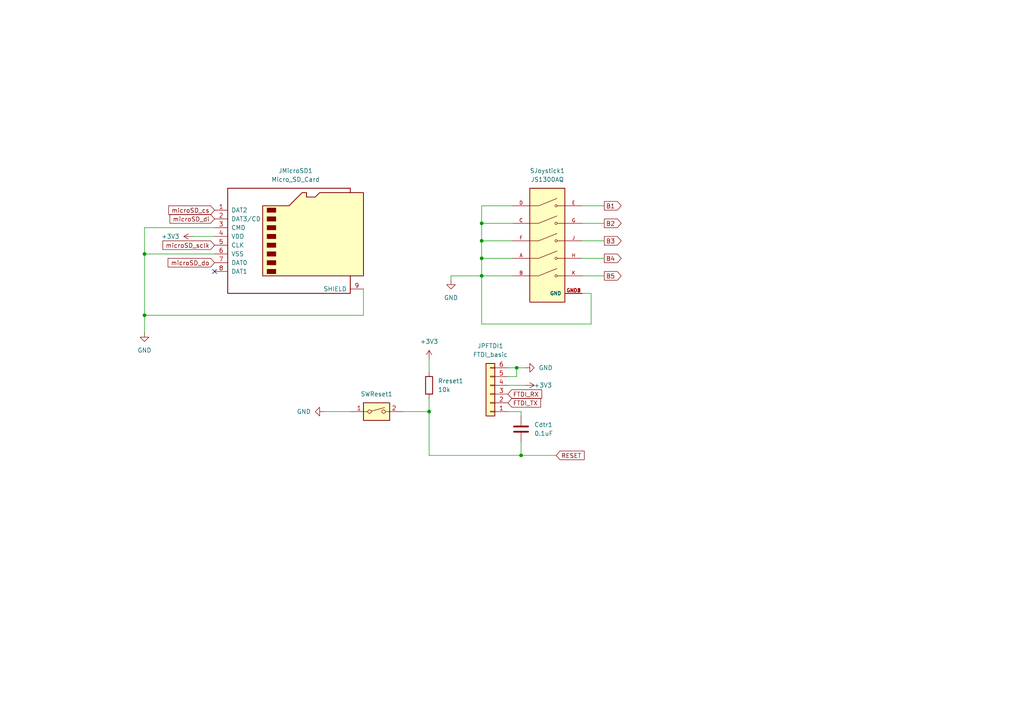
<source format=kicad_sch>
(kicad_sch (version 20211123) (generator eeschema)
  (paper "A4")
  (lib_symbols
    (symbol "Connector:Micro_SD_Card" (pin_names (offset 1.016))
      (property "Reference" "J" (at -16.51 15.24 0))
      (property "Value" "Micro_SD_Card" (at 16.51 15.24 0))
      (symbol "Micro_SD_Card_0_1"
        (rectangle (start -7.62 -9.525) (end -5.08 -10.795) (fill (type outline)))
        (rectangle (start -7.62 -6.985) (end -5.08 -8.255) (fill (type outline)))
        (rectangle (start -7.62 -4.445) (end -5.08 -5.715) (fill (type outline)))
        (rectangle (start -7.62 -1.905) (end -5.08 -3.175) (fill (type outline)))
        (rectangle (start -7.62 0.635) (end -5.08 -0.635) (fill (type outline)))
        (rectangle (start -7.62 3.175) (end -5.08 1.905) (fill (type outline)))
        (rectangle (start -7.62 5.715) (end -5.08 4.445) (fill (type outline)))
        (rectangle (start -7.62 8.255) (end -5.08 6.985) (fill (type outline)))
        (polyline (pts (xy 16.51 12.7) (xy 16.51 13.97) (xy -19.05 13.97) (xy -19.05 -16.51) (xy 16.51 -16.51) (xy 16.51 -11.43)) (stroke (width 0.254)))
        (polyline (pts (xy -8.89 -11.43) (xy -8.89 8.89) (xy -1.27 8.89) (xy 2.54 12.7) (xy 3.81 12.7) (xy 3.81 11.43) (xy 6.35 11.43) (xy 7.62 12.7) (xy 20.32 12.7) (xy 20.32 -11.43) (xy -8.89 -11.43)) (stroke (width 0.254)) (fill (type background)))
      )
      (symbol "Micro_SD_Card_1_1"
        (pin bidirectional line (at -22.86 7.62 0) (length 3.81) (name "DAT2") (number "1"))
        (pin bidirectional line (at -22.86 5.08 0) (length 3.81) (name "DAT3/CD") (number "2"))
        (pin input line (at -22.86 2.54 0) (length 3.81) (name "CMD") (number "3"))
        (pin power_in line (at -22.86 0 0) (length 3.81) (name "VDD") (number "4"))
        (pin input line (at -22.86 -2.54 0) (length 3.81) (name "CLK") (number "5"))
        (pin power_in line (at -22.86 -5.08 0) (length 3.81) (name "VSS") (number "6"))
        (pin bidirectional line (at -22.86 -7.62 0) (length 3.81) (name "DAT0") (number "7"))
        (pin bidirectional line (at -22.86 -10.16 0) (length 3.81) (name "DAT1") (number "8"))
        (pin passive line (at 20.32 -15.24 180) (length 3.81) (name "SHIELD") (number "9"))
      )
    )
    (symbol "Connector_Generic:Conn_01x06" (pin_names (offset 1.016) hide)
      (property "Reference" "J" (at 0 7.62 0))
      (property "Value" "Conn_01x06" (at 0 -10.16 0))
      (symbol "Conn_01x06_1_1"
        (rectangle (start -1.27 -7.493) (end 0 -7.747) (stroke (width 0.1524)))
        (rectangle (start -1.27 -4.953) (end 0 -5.207) (stroke (width 0.1524)))
        (rectangle (start -1.27 -2.413) (end 0 -2.667) (stroke (width 0.1524)))
        (rectangle (start -1.27 0.127) (end 0 -0.127) (stroke (width 0.1524)))
        (rectangle (start -1.27 2.667) (end 0 2.413) (stroke (width 0.1524)))
        (rectangle (start -1.27 5.207) (end 0 4.953) (stroke (width 0.1524)))
        (rectangle (start -1.27 6.35) (end 1.27 -8.89) (stroke (width 0.254)) (fill (type background)))
        (pin passive line (at -5.08 5.08 0) (length 3.81) (name "Pin_1") (number "1"))
        (pin passive line (at -5.08 2.54 0) (length 3.81) (name "Pin_2") (number "2"))
        (pin passive line (at -5.08 0 0) (length 3.81) (name "Pin_3") (number "3"))
        (pin passive line (at -5.08 -2.54 0) (length 3.81) (name "Pin_4") (number "4"))
        (pin passive line (at -5.08 -5.08 0) (length 3.81) (name "Pin_5") (number "5"))
        (pin passive line (at -5.08 -7.62 0) (length 3.81) (name "Pin_6") (number "6"))
      )
    )
    (symbol "Device:C" (pin_numbers hide) (pin_names (offset 0.254))
      (property "Reference" "C" (at 0.635 2.54 0))
      (property "Value" "C" (at 0.635 -2.54 0))
      (symbol "C_0_1"
        (polyline (pts (xy -2.032 -0.762) (xy 2.032 -0.762)) (stroke (width 0.508)))
        (polyline (pts (xy -2.032 0.762) (xy 2.032 0.762)) (stroke (width 0.508)))
      )
      (symbol "C_1_1"
        (pin passive line (at 0 3.81 270) (length 2.794) (name "~") (number "1"))
        (pin passive line (at 0 -3.81 90) (length 2.794) (name "~") (number "2"))
      )
    )
    (symbol "Device:R" (pin_numbers hide) (pin_names (offset 0))
      (property "Reference" "R" (at 2.032 0 90))
      (property "Value" "R" (at 0 0 90))
      (symbol "R_0_1"
        (rectangle (start -1.016 -2.54) (end 1.016 2.54) (stroke (width 0.254)))
      )
      (symbol "R_1_1"
        (pin passive line (at 0 3.81 270) (length 1.27) (name "~") (number "1"))
        (pin passive line (at 0 -3.81 90) (length 1.27) (name "~") (number "2"))
      )
    )
    (symbol "JS1300AQ:JS1300AQ" (pin_names (offset 1.016))
      (property "Reference" "S" (at -5.08 16.51 0))
      (property "Value" "JS1300AQ" (at -5.08 -20.32 0))
      (symbol "JS1300AQ_0_0"
        (rectangle (start -5.08 -17.78) (end 5.08 15.24) (stroke (width 0.254)) (fill (type background)))
        (polyline (pts (xy -2.54 -10.16) (xy -5.08 -10.16)) (stroke (width 0.1524)))
        (polyline (pts (xy -2.54 -10.16) (xy 2.794 -8.0264)) (stroke (width 0.1524)))
        (polyline (pts (xy -2.54 -5.08) (xy -5.08 -5.08)) (stroke (width 0.1524)))
        (polyline (pts (xy -2.54 -5.08) (xy 2.794 -2.9464)) (stroke (width 0.1524)))
        (polyline (pts (xy -2.54 0) (xy -5.08 0)) (stroke (width 0.1524)))
        (polyline (pts (xy -2.54 0) (xy 2.794 2.1336)) (stroke (width 0.1524)))
        (polyline (pts (xy -2.54 5.08) (xy -5.08 5.08)) (stroke (width 0.1524)))
        (polyline (pts (xy -2.54 5.08) (xy 2.794 7.2136)) (stroke (width 0.1524)))
        (polyline (pts (xy -2.54 10.16) (xy -5.08 10.16)) (stroke (width 0.1524)))
        (polyline (pts (xy -2.54 10.16) (xy 2.794 12.2936)) (stroke (width 0.1524)))
        (polyline (pts (xy 5.08 -10.16) (xy 2.921 -10.16)) (stroke (width 0.1524)))
        (polyline (pts (xy 5.08 -5.08) (xy 2.921 -5.08)) (stroke (width 0.1524)))
        (polyline (pts (xy 5.08 0) (xy 2.921 0)) (stroke (width 0.1524)))
        (polyline (pts (xy 5.08 5.08) (xy 2.921 5.08)) (stroke (width 0.1524)))
        (polyline (pts (xy 5.08 10.16) (xy 2.921 10.16)) (stroke (width 0.1524)))
        (circle (center 2.54 -10.16) (radius 0.3302) (stroke (width 0.1524)))
        (circle (center 2.54 -5.08) (radius 0.3302) (stroke (width 0.1524)))
        (circle (center 2.54 0) (radius 0.3302) (stroke (width 0.1524)))
        (circle (center 2.54 5.08) (radius 0.3302) (stroke (width 0.1524)))
        (circle (center 2.54 10.16) (radius 0.3302) (stroke (width 0.1524)))
        (pin passive line (at -10.16 -5.08 0) (length 5.08) (name "~") (number "A"))
        (pin passive line (at -10.16 -10.16 0) (length 5.08) (name "~") (number "B"))
        (pin passive line (at -10.16 5.08 0) (length 5.08) (name "~") (number "C"))
        (pin passive line (at -10.16 10.16 0) (length 5.08) (name "~") (number "D"))
        (pin passive line (at 10.16 10.16 180) (length 5.08) (name "~") (number "E"))
        (pin passive line (at -10.16 0 0) (length 5.08) (name "~") (number "F"))
        (pin passive line (at 10.16 5.08 180) (length 5.08) (name "~") (number "G"))
        (pin power_in line (at 10.16 -15.24 180) (length 5.08) (name "GND") (number "GND1"))
        (pin power_in line (at 10.16 -15.24 180) (length 5.08) (name "GND") (number "GND2"))
        (pin power_in line (at 10.16 -15.24 180) (length 5.08) (name "GND") (number "GND3"))
        (pin power_in line (at 10.16 -15.24 180) (length 5.08) (name "GND") (number "GND4"))
        (pin passive line (at 10.16 -5.08 180) (length 5.08) (name "~") (number "H"))
        (pin passive line (at 10.16 0 180) (length 5.08) (name "~") (number "J"))
        (pin passive line (at 10.16 -10.16 180) (length 5.08) (name "~") (number "K"))
      )
    )
    (symbol "Switch:SW_DIP_x01" (pin_names (offset 0) hide)
      (property "Reference" "SW" (at 0 3.81 0))
      (property "Value" "SW_DIP_x01" (at 0 -3.81 0))
      (symbol "SW_DIP_x01_0_0"
        (circle (center -2.032 0) (radius 0.508))
        (polyline (pts (xy -1.524 0.127) (xy 2.3622 1.1684)))
        (circle (center 2.032 0) (radius 0.508))
      )
      (symbol "SW_DIP_x01_0_1"
        (rectangle (start -3.81 2.54) (end 3.81 -2.54) (stroke (width 0.254)) (fill (type background)))
      )
      (symbol "SW_DIP_x01_1_1"
        (pin passive line (at -7.62 0 0) (length 5.08) (name "~") (number "1"))
        (pin passive line (at 7.62 0 180) (length 5.08) (name "~") (number "2"))
      )
    )
    (symbol "power:+3V3" (power) (pin_names (offset 0))
      (property "Value" "+3V3" (at 0 3.556 0))
      (symbol "+3V3_0_1"
        (polyline (pts (xy -0.762 1.27) (xy 0 2.54)))
        (polyline (pts (xy 0 0) (xy 0 2.54)))
        (polyline (pts (xy 0 2.54) (xy 0.762 1.27)))
      )
      (symbol "+3V3_1_1"
        (pin power_in line (at 0 0 90) (length 0) hide (name "+3V3") (number "1"))
      )
    )
    (symbol "power:GND" (power) (pin_names (offset 0))
      (property "Value" "GND" (at 0 -3.81 0))
      (symbol "GND_0_1"
        (polyline (pts (xy 0 0) (xy 0 -1.27) (xy 1.27 -1.27) (xy 0 -2.54) (xy -1.27 -1.27) (xy 0 -1.27)))
      )
      (symbol "GND_1_1"
        (pin power_in line (at 0 0 270) (length 0) hide (name "GND") (number "1"))
      )
    )
  )
  (junction (at 41.91 73.66))
  (junction (at 139.7 69.85))
  (junction (at 151.13 132.08))
  (junction (at 139.7 74.93))
  (junction (at 124.46 119.38))
  (junction (at 139.7 64.77))
  (junction (at 139.7 80.01))
  (junction (at 149.86 106.68))
  (junction (at 41.91 91.44))
  (no_connect (at 62.23 78.74))
  (wire (pts (xy 149.86 106.68) (xy 152.4 106.68)))
  (wire (pts (xy 139.7 59.69) (xy 139.7 64.77)))
  (wire (pts (xy 41.91 91.44) (xy 41.91 96.52)))
  (wire (pts (xy 149.86 109.22) (xy 149.86 106.68)))
  (wire (pts (xy 124.46 104.14) (xy 124.46 107.95)))
  (wire (pts (xy 139.7 74.93) (xy 139.7 80.01)))
  (wire (pts (xy 148.59 64.77) (xy 139.7 64.77)))
  (wire (pts (xy 55.88 68.58) (xy 62.23 68.58)))
  (wire (pts (xy 139.7 80.01) (xy 148.59 80.01)))
  (wire (pts (xy 171.45 93.98) (xy 139.7 93.98)))
  (wire (pts (xy 130.81 80.01) (xy 130.81 81.28)))
  (wire (pts (xy 168.91 85.09) (xy 171.45 85.09)))
  (wire (pts (xy 139.7 93.98) (xy 139.7 80.01)))
  (wire (pts (xy 147.32 106.68) (xy 149.86 106.68)))
  (wire (pts (xy 124.46 132.08) (xy 124.46 119.38)))
  (wire (pts (xy 93.98 119.38) (xy 101.6 119.38)))
  (wire (pts (xy 168.91 69.85) (xy 175.26 69.85)))
  (wire (pts (xy 41.91 73.66) (xy 41.91 91.44)))
  (wire (pts (xy 105.41 91.44) (xy 41.91 91.44)))
  (wire (pts (xy 124.46 132.08) (xy 151.13 132.08)))
  (wire (pts (xy 124.46 119.38) (xy 124.46 115.57)))
  (wire (pts (xy 62.23 66.04) (xy 41.91 66.04)))
  (wire (pts (xy 151.13 132.08) (xy 161.29 132.08)))
  (wire (pts (xy 147.32 109.22) (xy 149.86 109.22)))
  (wire (pts (xy 147.32 119.38) (xy 151.13 119.38)))
  (wire (pts (xy 148.59 74.93) (xy 139.7 74.93)))
  (wire (pts (xy 41.91 66.04) (xy 41.91 73.66)))
  (wire (pts (xy 105.41 83.82) (xy 105.41 91.44)))
  (wire (pts (xy 151.13 119.38) (xy 151.13 120.65)))
  (wire (pts (xy 148.59 69.85) (xy 139.7 69.85)))
  (wire (pts (xy 139.7 69.85) (xy 139.7 74.93)))
  (wire (pts (xy 168.91 80.01) (xy 175.26 80.01)))
  (wire (pts (xy 168.91 64.77) (xy 175.26 64.77)))
  (wire (pts (xy 148.59 59.69) (xy 139.7 59.69)))
  (wire (pts (xy 151.13 128.27) (xy 151.13 132.08)))
  (wire (pts (xy 171.45 85.09) (xy 171.45 93.98)))
  (wire (pts (xy 116.84 119.38) (xy 124.46 119.38)))
  (wire (pts (xy 139.7 64.77) (xy 139.7 69.85)))
  (wire (pts (xy 168.91 59.69) (xy 175.26 59.69)))
  (wire (pts (xy 139.7 80.01) (xy 130.81 80.01)))
  (wire (pts (xy 147.32 111.76) (xy 152.4 111.76)))
  (wire (pts (xy 168.91 74.93) (xy 175.26 74.93)))
  (wire (pts (xy 41.91 73.66) (xy 62.23 73.66)))
  (global_label "FTDI_RX" (shape input) (at 147.32 114.3 0) (property "Riferimenti inter-foglio" "${INTERSHEET_REFS}" (effects hide)))
  (global_label "microSD_di" (shape input) (at 62.23 63.5 180) (property "Riferimenti inter-foglio" "${INTERSHEET_REFS}" (effects hide)))
  (global_label "microSD_do" (shape input) (at 62.23 76.2 180) (property "Riferimenti inter-foglio" "${INTERSHEET_REFS}" (effects hide)))
  (global_label "FTDI_TX" (shape input) (at 147.32 116.84 0) (property "Riferimenti inter-foglio" "${INTERSHEET_REFS}" (effects hide)))
  (global_label "B1" (shape output) (at 175.26 59.69 0) (property "Riferimenti inter-foglio" "${INTERSHEET_REFS}" (effects hide)))
  (global_label "RESET" (shape input) (at 161.29 132.08 0) (property "Riferimenti inter-foglio" "${INTERSHEET_REFS}" (effects hide)))
  (global_label "B4" (shape output) (at 175.26 74.93 0) (property "Riferimenti inter-foglio" "${INTERSHEET_REFS}" (effects hide)))
  (global_label "B3" (shape output) (at 175.26 69.85 0) (property "Riferimenti inter-foglio" "${INTERSHEET_REFS}" (effects hide)))
  (global_label "B2" (shape output) (at 175.26 64.77 0) (property "Riferimenti inter-foglio" "${INTERSHEET_REFS}" (effects hide)))
  (global_label "microSD_cs" (shape input) (at 62.23 60.96 180) (property "Riferimenti inter-foglio" "${INTERSHEET_REFS}" (effects hide)))
  (global_label "microSD_sclk" (shape input) (at 62.23 71.12 180) (property "Riferimenti inter-foglio" "${INTERSHEET_REFS}" (effects hide)))
  (global_label "B5" (shape output) (at 175.26 80.01 0) (property "Riferimenti inter-foglio" "${INTERSHEET_REFS}" (effects hide)))
  (symbol (lib_id "power:GND") (at 93.98 119.38 270) (unit 1)
    (property "Reference" "#PWR09" (effects hide))
    (property "Value" "GND" (at 90.17 119.3799 90) (effects (justify right)))
  )
  (symbol (lib_id "power:GND") (at 152.4 106.68 90) (unit 1)
    (property "Reference" "#PWR012" (effects hide))
    (property "Value" "GND" (at 156.21 106.6799 90) (effects (justify right)))
  )
  (symbol (lib_id "Connector_Generic:Conn_01x06") (at 142.24 114.3 180) (unit 1)
    (property "Reference" "JPFTDI1" (at 142.24 100.33 0))
    (property "Value" "FTDI_basic" (at 142.24 102.87 0))
    (property "Footprint" "Connector_PinSocket_2.54mm:PinSocket_1x06_P2.54mm_Horizontal" (effects hide))
  )
  (symbol (lib_id "power:GND") (at 41.91 96.52 0) (unit 1)
    (property "Reference" "#PWR07" (effects hide))
    (property "Value" "GND" (at 41.91 101.6 0))
  )
  (symbol (lib_id "JS1300AQ:JS1300AQ") (at 158.75 69.85 0) (unit 1)
    (property "Reference" "SJoystick1" (at 158.75 49.53 0))
    (property "Value" "JS1300AQ" (at 158.75 52.07 0))
    (property "Footprint" "SW_JS1300AQ" (effects hide))
    (property "PARTREV" "F" (effects hide))
    (property "MAXIMUM_PACKAGE_HEIGHT" "1.75 mm" (effects hide))
    (property "MANUFACTURER" "E-Switch" (effects hide))
    (property "STANDARD" "Manufacturer Recommendations" (effects hide))
  )
  (symbol (lib_id "Device:R") (at 124.46 111.76 0) (unit 1)
    (property "Reference" "Rreset1" (at 127 110.4899 0) (effects (justify left)))
    (property "Value" "10k" (at 127 113.0299 0) (effects (justify left)))
    (property "Footprint" "Resistor_SMD:R_0603_1608Metric" (effects hide))
  )
  (symbol (lib_id "Switch:SW_DIP_x01") (at 109.22 119.38 0) (unit 1)
    (property "Reference" "SWReset1" (at 109.22 114.3 0))
    (property "Value" "SW_Reset" (effects hide))
    (property "Footprint" "Button_Switch_SMD:SW_SPST_Omron_B3FS-101xP" (effects hide))
  )
  (symbol (lib_id "power:+3V3") (at 55.88 68.58 90) (unit 1)
    (property "Reference" "#PWR08" (effects hide))
    (property "Value" "+3V3" (at 52.07 68.5799 90) (effects (justify left)))
  )
  (symbol (lib_id "power:GND") (at 130.81 81.28 0) (unit 1)
    (property "Reference" "#PWR011" (effects hide))
    (property "Value" "GND" (at 130.81 86.36 0))
  )
  (symbol (lib_id "Device:C") (at 151.13 124.46 180) (unit 1)
    (property "Reference" "Cdtr1" (at 154.94 123.1899 0) (effects (justify right)))
    (property "Value" "0.1uF" (at 154.94 125.7299 0) (effects (justify right)))
    (property "Footprint" "Resistor_SMD:R_0603_1608Metric" (effects hide))
  )
  (symbol (lib_id "Connector:Micro_SD_Card") (at 85.09 68.58 0) (unit 1)
    (property "Reference" "JMicroSD1" (at 85.725 49.53 0))
    (property "Value" "Micro_SD_Card" (at 85.725 52.07 0))
    (property "Footprint" "Connector_Card:microSD_HC_Molex_47219-2001" (effects hide))
    (property "Datasheet" "http://katalog.we-online.de/em/datasheet/693072010801.pdf" (effects hide))
  )
  (symbol (lib_id "power:+3V3") (at 152.4 111.76 270) (unit 1)
    (property "Reference" "#PWR013" (effects hide))
    (property "Value" "+3V3" (at 157.48 111.76 90))
  )
  (symbol (lib_id "power:+3V3") (at 124.46 104.14 0) (unit 1)
    (property "Reference" "#PWR010" (effects hide))
    (property "Value" "+3V3" (at 124.46 99.06 0))
  )
)
</source>
